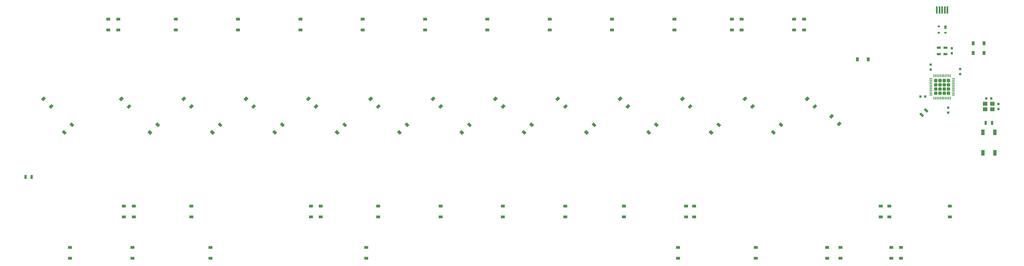
<source format=gbr>
%TF.GenerationSoftware,KiCad,Pcbnew,(5.1.10)-1*%
%TF.CreationDate,2021-07-26T00:02:16+07:00*%
%TF.ProjectId,Leopold Replacement,4c656f70-6f6c-4642-9052-65706c616365,rev?*%
%TF.SameCoordinates,Original*%
%TF.FileFunction,Paste,Bot*%
%TF.FilePolarity,Positive*%
%FSLAX46Y46*%
G04 Gerber Fmt 4.6, Leading zero omitted, Abs format (unit mm)*
G04 Created by KiCad (PCBNEW (5.1.10)-1) date 2021-07-26 00:02:16*
%MOMM*%
%LPD*%
G01*
G04 APERTURE LIST*
%ADD10R,0.500000X2.250000*%
%ADD11R,1.200000X0.900000*%
%ADD12R,1.400000X1.200000*%
%ADD13R,0.700000X1.000000*%
%ADD14R,0.700000X0.600000*%
%ADD15R,1.100000X1.800000*%
%ADD16C,0.100000*%
%ADD17R,0.750000X0.800000*%
%ADD18R,0.800000X0.750000*%
%ADD19R,0.900000X1.200000*%
%ADD20R,0.700000X1.300000*%
%ADD21R,1.300000X0.700000*%
G04 APERTURE END LIST*
D10*
%TO.C,J1*%
X293350000Y-6000000D03*
X292550000Y-6000000D03*
X291750000Y-6000000D03*
X290950000Y-6000000D03*
X290150000Y-6000000D03*
%TD*%
D11*
%TO.C,D44*%
X213717367Y-65885000D03*
X213717367Y-69185000D03*
%TD*%
%TO.C,D40*%
X194707367Y-65885000D03*
X194707367Y-69185000D03*
%TD*%
D12*
%TO.C,Y1*%
X307068400Y-34659200D03*
X304868400Y-34659200D03*
X304868400Y-36359200D03*
X307068400Y-36359200D03*
%TD*%
D13*
%TO.C,U1*%
X292750000Y-11250000D03*
D14*
X290750000Y-11050000D03*
X292750000Y-12950000D03*
X290750000Y-12950000D03*
%TD*%
D11*
%TO.C,D70*%
X116142000Y-81787000D03*
X116142000Y-78487000D03*
%TD*%
%TO.C,D69*%
X256717000Y-81787000D03*
X256717000Y-78487000D03*
%TD*%
%TO.C,D68*%
X234954500Y-81787000D03*
X234954500Y-78487000D03*
%TD*%
%TO.C,D67*%
X211192000Y-81787000D03*
X211192000Y-78487000D03*
%TD*%
%TO.C,D66*%
X276227000Y-81787000D03*
X276227000Y-78487000D03*
%TD*%
%TO.C,D65*%
X279227000Y-81787000D03*
X279227000Y-78487000D03*
%TD*%
%TO.C,D64*%
X260717000Y-81787000D03*
X260717000Y-78487000D03*
%TD*%
%TO.C,D63*%
X68617000Y-81787000D03*
X68617000Y-78487000D03*
%TD*%
%TO.C,D60*%
X44854500Y-81787000D03*
X44854500Y-78487000D03*
%TD*%
%TO.C,D59*%
X25844500Y-81787000D03*
X25844500Y-78487000D03*
%TD*%
D15*
%TO.C,SW1*%
X307850000Y-43400000D03*
X304150000Y-49600000D03*
X304150000Y-43400000D03*
X307850000Y-49600000D03*
%TD*%
D16*
%TO.C,D3*%
G36*
X23964908Y-42612597D02*
G01*
X24813436Y-43461125D01*
X24177040Y-44097521D01*
X23328512Y-43248993D01*
X23964908Y-42612597D01*
G37*
G36*
X26298360Y-40279145D02*
G01*
X27146888Y-41127673D01*
X26510492Y-41764069D01*
X25661964Y-40915541D01*
X26298360Y-40279145D01*
G37*
%TD*%
D11*
%TO.C,D24*%
X119812500Y-65885000D03*
X119812500Y-69185000D03*
%TD*%
D16*
%TO.C,D23*%
G36*
X126143708Y-42612597D02*
G01*
X126992236Y-43461125D01*
X126355840Y-44097521D01*
X125507312Y-43248993D01*
X126143708Y-42612597D01*
G37*
G36*
X128477160Y-40279145D02*
G01*
X129325688Y-41127673D01*
X128689292Y-41764069D01*
X127840764Y-40915541D01*
X128477160Y-40279145D01*
G37*
%TD*%
%TO.C,D35*%
G36*
X183173708Y-42612597D02*
G01*
X184022236Y-43461125D01*
X183385840Y-44097521D01*
X182537312Y-43248993D01*
X183173708Y-42612597D01*
G37*
G36*
X185507160Y-40279145D02*
G01*
X186355688Y-41127673D01*
X185719292Y-41764069D01*
X184870764Y-40915541D01*
X185507160Y-40279145D01*
G37*
%TD*%
%TO.C,D27*%
G36*
X145153708Y-42612597D02*
G01*
X146002236Y-43461125D01*
X145365840Y-44097521D01*
X144517312Y-43248993D01*
X145153708Y-42612597D01*
G37*
G36*
X147487160Y-40279145D02*
G01*
X148335688Y-41127673D01*
X147699292Y-41764069D01*
X146850764Y-40915541D01*
X147487160Y-40279145D01*
G37*
%TD*%
D11*
%TO.C,D20*%
X99302500Y-65885000D03*
X99302500Y-69185000D03*
%TD*%
%TO.C,D28*%
X138822500Y-65885000D03*
X138822500Y-69185000D03*
%TD*%
%TO.C,D12*%
X62782500Y-65885000D03*
X62782500Y-69185000D03*
%TD*%
D16*
%TO.C,D11*%
G36*
X69113708Y-42612597D02*
G01*
X69962236Y-43461125D01*
X69325840Y-44097521D01*
X68477312Y-43248993D01*
X69113708Y-42612597D01*
G37*
G36*
X71447160Y-40279145D02*
G01*
X72295688Y-41127673D01*
X71659292Y-41764069D01*
X70810764Y-40915541D01*
X71447160Y-40279145D01*
G37*
%TD*%
D11*
%TO.C,D16*%
X102302500Y-65885000D03*
X102302500Y-69185000D03*
%TD*%
%TO.C,D4*%
X45272500Y-65885000D03*
X45272500Y-69185000D03*
%TD*%
%TO.C,D8*%
X42272500Y-65885000D03*
X42272500Y-69185000D03*
%TD*%
D16*
%TO.C,D7*%
G36*
X50103708Y-42612597D02*
G01*
X50952236Y-43461125D01*
X50315840Y-44097521D01*
X49467312Y-43248993D01*
X50103708Y-42612597D01*
G37*
G36*
X52437160Y-40279145D02*
G01*
X53285688Y-41127673D01*
X52649292Y-41764069D01*
X51800764Y-40915541D01*
X52437160Y-40279145D01*
G37*
%TD*%
%TO.C,D15*%
G36*
X90457160Y-40279145D02*
G01*
X91305688Y-41127673D01*
X90669292Y-41764069D01*
X89820764Y-40915541D01*
X90457160Y-40279145D01*
G37*
G36*
X88123708Y-42612597D02*
G01*
X88972236Y-43461125D01*
X88335840Y-44097521D01*
X87487312Y-43248993D01*
X88123708Y-42612597D01*
G37*
%TD*%
%TO.C,D19*%
G36*
X107133708Y-42612597D02*
G01*
X107982236Y-43461125D01*
X107345840Y-44097521D01*
X106497312Y-43248993D01*
X107133708Y-42612597D01*
G37*
G36*
X109467160Y-40279145D02*
G01*
X110315688Y-41127673D01*
X109679292Y-41764069D01*
X108830764Y-40915541D01*
X109467160Y-40279145D01*
G37*
%TD*%
%TO.C,D31*%
G36*
X164163708Y-42612597D02*
G01*
X165012236Y-43461125D01*
X164375840Y-44097521D01*
X163527312Y-43248993D01*
X164163708Y-42612597D01*
G37*
G36*
X166497160Y-40279145D02*
G01*
X167345688Y-41127673D01*
X166709292Y-41764069D01*
X165860764Y-40915541D01*
X166497160Y-40279145D01*
G37*
%TD*%
D11*
%TO.C,D36*%
X176842500Y-65885000D03*
X176842500Y-69185000D03*
%TD*%
D16*
%TO.C,D39*%
G36*
X202183708Y-42612597D02*
G01*
X203032236Y-43461125D01*
X202395840Y-44097521D01*
X201547312Y-43248993D01*
X202183708Y-42612597D01*
G37*
G36*
X204517160Y-40279145D02*
G01*
X205365688Y-41127673D01*
X204729292Y-41764069D01*
X203880764Y-40915541D01*
X204517160Y-40279145D01*
G37*
%TD*%
D11*
%TO.C,D32*%
X157832500Y-65885000D03*
X157832500Y-69185000D03*
%TD*%
%TO.C,D58*%
X273018750Y-69185000D03*
X273018750Y-65885000D03*
%TD*%
%TO.C,D52*%
X275629919Y-65885000D03*
X275629919Y-69185000D03*
%TD*%
D16*
%TO.C,D43*%
G36*
X221193708Y-42612597D02*
G01*
X222042236Y-43461125D01*
X221405840Y-44097521D01*
X220557312Y-43248993D01*
X221193708Y-42612597D01*
G37*
G36*
X223527160Y-40279145D02*
G01*
X224375688Y-41127673D01*
X223739292Y-41764069D01*
X222890764Y-40915541D01*
X223527160Y-40279145D01*
G37*
%TD*%
%TO.C,D47*%
G36*
X240203708Y-42612597D02*
G01*
X241052236Y-43461125D01*
X240415840Y-44097521D01*
X239567312Y-43248993D01*
X240203708Y-42612597D01*
G37*
G36*
X242537160Y-40279145D02*
G01*
X243385688Y-41127673D01*
X242749292Y-41764069D01*
X241900764Y-40915541D01*
X242537160Y-40279145D01*
G37*
%TD*%
D11*
%TO.C,D48*%
X216098619Y-65885000D03*
X216098619Y-69185000D03*
%TD*%
D16*
%TO.C,D51*%
G36*
X259605864Y-40896792D02*
G01*
X260454392Y-40048264D01*
X261090788Y-40684660D01*
X260242260Y-41533188D01*
X259605864Y-40896792D01*
G37*
G36*
X257272412Y-38563340D02*
G01*
X258120940Y-37714812D01*
X258757336Y-38351208D01*
X257908808Y-39199736D01*
X257272412Y-38563340D01*
G37*
%TD*%
D11*
%TO.C,D56*%
X294084622Y-69185000D03*
X294084622Y-65885000D03*
%TD*%
D17*
%TO.C,C2*%
X308968400Y-34759200D03*
X308968400Y-36259200D03*
%TD*%
D18*
%TO.C,C3*%
X306718400Y-33009200D03*
X305218400Y-33009200D03*
%TD*%
D16*
%TO.C,D42*%
G36*
X213306688Y-32994708D02*
G01*
X212458160Y-33843236D01*
X211821764Y-33206840D01*
X212670292Y-32358312D01*
X213306688Y-32994708D01*
G37*
G36*
X215640140Y-35328160D02*
G01*
X214791612Y-36176688D01*
X214155216Y-35540292D01*
X215003744Y-34691764D01*
X215640140Y-35328160D01*
G37*
%TD*%
%TO.C,D14*%
G36*
X80236688Y-32994708D02*
G01*
X79388160Y-33843236D01*
X78751764Y-33206840D01*
X79600292Y-32358312D01*
X80236688Y-32994708D01*
G37*
G36*
X82570140Y-35328160D02*
G01*
X81721612Y-36176688D01*
X81085216Y-35540292D01*
X81933744Y-34691764D01*
X82570140Y-35328160D01*
G37*
%TD*%
%TO.C,D26*%
G36*
X137266688Y-32994708D02*
G01*
X136418160Y-33843236D01*
X135781764Y-33206840D01*
X136630292Y-32358312D01*
X137266688Y-32994708D01*
G37*
G36*
X139600140Y-35328160D02*
G01*
X138751612Y-36176688D01*
X138115216Y-35540292D01*
X138963744Y-34691764D01*
X139600140Y-35328160D01*
G37*
%TD*%
%TO.C,D22*%
G36*
X118256688Y-32994708D02*
G01*
X117408160Y-33843236D01*
X116771764Y-33206840D01*
X117620292Y-32358312D01*
X118256688Y-32994708D01*
G37*
G36*
X120590140Y-35328160D02*
G01*
X119741612Y-36176688D01*
X119105216Y-35540292D01*
X119953744Y-34691764D01*
X120590140Y-35328160D01*
G37*
%TD*%
%TO.C,D10*%
G36*
X61226688Y-32994708D02*
G01*
X60378160Y-33843236D01*
X59741764Y-33206840D01*
X60590292Y-32358312D01*
X61226688Y-32994708D01*
G37*
G36*
X63560140Y-35328160D02*
G01*
X62711612Y-36176688D01*
X62075216Y-35540292D01*
X62923744Y-34691764D01*
X63560140Y-35328160D01*
G37*
%TD*%
%TO.C,D6*%
G36*
X42216688Y-32994708D02*
G01*
X41368160Y-33843236D01*
X40731764Y-33206840D01*
X41580292Y-32358312D01*
X42216688Y-32994708D01*
G37*
G36*
X44550140Y-35328160D02*
G01*
X43701612Y-36176688D01*
X43065216Y-35540292D01*
X43913744Y-34691764D01*
X44550140Y-35328160D01*
G37*
%TD*%
%TO.C,D18*%
G36*
X99246688Y-32994708D02*
G01*
X98398160Y-33843236D01*
X97761764Y-33206840D01*
X98610292Y-32358312D01*
X99246688Y-32994708D01*
G37*
G36*
X101580140Y-35328160D02*
G01*
X100731612Y-36176688D01*
X100095216Y-35540292D01*
X100943744Y-34691764D01*
X101580140Y-35328160D01*
G37*
%TD*%
%TO.C,D2*%
G36*
X18454188Y-32994708D02*
G01*
X17605660Y-33843236D01*
X16969264Y-33206840D01*
X17817792Y-32358312D01*
X18454188Y-32994708D01*
G37*
G36*
X20787640Y-35328160D02*
G01*
X19939112Y-36176688D01*
X19302716Y-35540292D01*
X20151244Y-34691764D01*
X20787640Y-35328160D01*
G37*
%TD*%
%TO.C,D34*%
G36*
X175286688Y-32994708D02*
G01*
X174438160Y-33843236D01*
X173801764Y-33206840D01*
X174650292Y-32358312D01*
X175286688Y-32994708D01*
G37*
G36*
X177620140Y-35328160D02*
G01*
X176771612Y-36176688D01*
X176135216Y-35540292D01*
X176983744Y-34691764D01*
X177620140Y-35328160D01*
G37*
%TD*%
%TO.C,D30*%
G36*
X156276688Y-32994708D02*
G01*
X155428160Y-33843236D01*
X154791764Y-33206840D01*
X155640292Y-32358312D01*
X156276688Y-32994708D01*
G37*
G36*
X158610140Y-35328160D02*
G01*
X157761612Y-36176688D01*
X157125216Y-35540292D01*
X157973744Y-34691764D01*
X158610140Y-35328160D01*
G37*
%TD*%
%TO.C,D38*%
G36*
X194296688Y-32994708D02*
G01*
X193448160Y-33843236D01*
X192811764Y-33206840D01*
X193660292Y-32358312D01*
X194296688Y-32994708D01*
G37*
G36*
X196630140Y-35328160D02*
G01*
X195781612Y-36176688D01*
X195145216Y-35540292D01*
X195993744Y-34691764D01*
X196630140Y-35328160D01*
G37*
%TD*%
%TO.C,D50*%
G36*
X251326688Y-32994708D02*
G01*
X250478160Y-33843236D01*
X249841764Y-33206840D01*
X250690292Y-32358312D01*
X251326688Y-32994708D01*
G37*
G36*
X253660140Y-35328160D02*
G01*
X252811612Y-36176688D01*
X252175216Y-35540292D01*
X253023744Y-34691764D01*
X253660140Y-35328160D01*
G37*
%TD*%
D19*
%TO.C,D62*%
X304545000Y-19177000D03*
X301245000Y-19177000D03*
%TD*%
%TO.C,D54*%
X269264400Y-21132800D03*
X265964400Y-21132800D03*
%TD*%
D16*
%TO.C,D46*%
G36*
X232316688Y-32994708D02*
G01*
X231468160Y-33843236D01*
X230831764Y-33206840D01*
X231680292Y-32358312D01*
X232316688Y-32994708D01*
G37*
G36*
X234650140Y-35328160D02*
G01*
X233801612Y-36176688D01*
X233165216Y-35540292D01*
X234013744Y-34691764D01*
X234650140Y-35328160D01*
G37*
%TD*%
D20*
%TO.C,R8*%
X12258000Y-56959500D03*
X14158000Y-56959500D03*
%TD*%
%TO.C,U2*%
G36*
G01*
X293415000Y-30915000D02*
X293955000Y-30915000D01*
G75*
G02*
X294205000Y-31165000I0J-250000D01*
G01*
X294205000Y-31705000D01*
G75*
G02*
X293955000Y-31955000I-250000J0D01*
G01*
X293415000Y-31955000D01*
G75*
G02*
X293165000Y-31705000I0J250000D01*
G01*
X293165000Y-31165000D01*
G75*
G02*
X293415000Y-30915000I250000J0D01*
G01*
G37*
G36*
G01*
X292125000Y-30915000D02*
X292665000Y-30915000D01*
G75*
G02*
X292915000Y-31165000I0J-250000D01*
G01*
X292915000Y-31705000D01*
G75*
G02*
X292665000Y-31955000I-250000J0D01*
G01*
X292125000Y-31955000D01*
G75*
G02*
X291875000Y-31705000I0J250000D01*
G01*
X291875000Y-31165000D01*
G75*
G02*
X292125000Y-30915000I250000J0D01*
G01*
G37*
G36*
G01*
X290835000Y-30915000D02*
X291375000Y-30915000D01*
G75*
G02*
X291625000Y-31165000I0J-250000D01*
G01*
X291625000Y-31705000D01*
G75*
G02*
X291375000Y-31955000I-250000J0D01*
G01*
X290835000Y-31955000D01*
G75*
G02*
X290585000Y-31705000I0J250000D01*
G01*
X290585000Y-31165000D01*
G75*
G02*
X290835000Y-30915000I250000J0D01*
G01*
G37*
G36*
G01*
X289545000Y-30915000D02*
X290085000Y-30915000D01*
G75*
G02*
X290335000Y-31165000I0J-250000D01*
G01*
X290335000Y-31705000D01*
G75*
G02*
X290085000Y-31955000I-250000J0D01*
G01*
X289545000Y-31955000D01*
G75*
G02*
X289295000Y-31705000I0J250000D01*
G01*
X289295000Y-31165000D01*
G75*
G02*
X289545000Y-30915000I250000J0D01*
G01*
G37*
G36*
G01*
X293415000Y-29625000D02*
X293955000Y-29625000D01*
G75*
G02*
X294205000Y-29875000I0J-250000D01*
G01*
X294205000Y-30415000D01*
G75*
G02*
X293955000Y-30665000I-250000J0D01*
G01*
X293415000Y-30665000D01*
G75*
G02*
X293165000Y-30415000I0J250000D01*
G01*
X293165000Y-29875000D01*
G75*
G02*
X293415000Y-29625000I250000J0D01*
G01*
G37*
G36*
G01*
X292125000Y-29625000D02*
X292665000Y-29625000D01*
G75*
G02*
X292915000Y-29875000I0J-250000D01*
G01*
X292915000Y-30415000D01*
G75*
G02*
X292665000Y-30665000I-250000J0D01*
G01*
X292125000Y-30665000D01*
G75*
G02*
X291875000Y-30415000I0J250000D01*
G01*
X291875000Y-29875000D01*
G75*
G02*
X292125000Y-29625000I250000J0D01*
G01*
G37*
G36*
G01*
X290835000Y-29625000D02*
X291375000Y-29625000D01*
G75*
G02*
X291625000Y-29875000I0J-250000D01*
G01*
X291625000Y-30415000D01*
G75*
G02*
X291375000Y-30665000I-250000J0D01*
G01*
X290835000Y-30665000D01*
G75*
G02*
X290585000Y-30415000I0J250000D01*
G01*
X290585000Y-29875000D01*
G75*
G02*
X290835000Y-29625000I250000J0D01*
G01*
G37*
G36*
G01*
X289545000Y-29625000D02*
X290085000Y-29625000D01*
G75*
G02*
X290335000Y-29875000I0J-250000D01*
G01*
X290335000Y-30415000D01*
G75*
G02*
X290085000Y-30665000I-250000J0D01*
G01*
X289545000Y-30665000D01*
G75*
G02*
X289295000Y-30415000I0J250000D01*
G01*
X289295000Y-29875000D01*
G75*
G02*
X289545000Y-29625000I250000J0D01*
G01*
G37*
G36*
G01*
X293415000Y-28335000D02*
X293955000Y-28335000D01*
G75*
G02*
X294205000Y-28585000I0J-250000D01*
G01*
X294205000Y-29125000D01*
G75*
G02*
X293955000Y-29375000I-250000J0D01*
G01*
X293415000Y-29375000D01*
G75*
G02*
X293165000Y-29125000I0J250000D01*
G01*
X293165000Y-28585000D01*
G75*
G02*
X293415000Y-28335000I250000J0D01*
G01*
G37*
G36*
G01*
X292125000Y-28335000D02*
X292665000Y-28335000D01*
G75*
G02*
X292915000Y-28585000I0J-250000D01*
G01*
X292915000Y-29125000D01*
G75*
G02*
X292665000Y-29375000I-250000J0D01*
G01*
X292125000Y-29375000D01*
G75*
G02*
X291875000Y-29125000I0J250000D01*
G01*
X291875000Y-28585000D01*
G75*
G02*
X292125000Y-28335000I250000J0D01*
G01*
G37*
G36*
G01*
X290835000Y-28335000D02*
X291375000Y-28335000D01*
G75*
G02*
X291625000Y-28585000I0J-250000D01*
G01*
X291625000Y-29125000D01*
G75*
G02*
X291375000Y-29375000I-250000J0D01*
G01*
X290835000Y-29375000D01*
G75*
G02*
X290585000Y-29125000I0J250000D01*
G01*
X290585000Y-28585000D01*
G75*
G02*
X290835000Y-28335000I250000J0D01*
G01*
G37*
G36*
G01*
X289545000Y-28335000D02*
X290085000Y-28335000D01*
G75*
G02*
X290335000Y-28585000I0J-250000D01*
G01*
X290335000Y-29125000D01*
G75*
G02*
X290085000Y-29375000I-250000J0D01*
G01*
X289545000Y-29375000D01*
G75*
G02*
X289295000Y-29125000I0J250000D01*
G01*
X289295000Y-28585000D01*
G75*
G02*
X289545000Y-28335000I250000J0D01*
G01*
G37*
G36*
G01*
X293415000Y-27045000D02*
X293955000Y-27045000D01*
G75*
G02*
X294205000Y-27295000I0J-250000D01*
G01*
X294205000Y-27835000D01*
G75*
G02*
X293955000Y-28085000I-250000J0D01*
G01*
X293415000Y-28085000D01*
G75*
G02*
X293165000Y-27835000I0J250000D01*
G01*
X293165000Y-27295000D01*
G75*
G02*
X293415000Y-27045000I250000J0D01*
G01*
G37*
G36*
G01*
X292125000Y-27045000D02*
X292665000Y-27045000D01*
G75*
G02*
X292915000Y-27295000I0J-250000D01*
G01*
X292915000Y-27835000D01*
G75*
G02*
X292665000Y-28085000I-250000J0D01*
G01*
X292125000Y-28085000D01*
G75*
G02*
X291875000Y-27835000I0J250000D01*
G01*
X291875000Y-27295000D01*
G75*
G02*
X292125000Y-27045000I250000J0D01*
G01*
G37*
G36*
G01*
X290835000Y-27045000D02*
X291375000Y-27045000D01*
G75*
G02*
X291625000Y-27295000I0J-250000D01*
G01*
X291625000Y-27835000D01*
G75*
G02*
X291375000Y-28085000I-250000J0D01*
G01*
X290835000Y-28085000D01*
G75*
G02*
X290585000Y-27835000I0J250000D01*
G01*
X290585000Y-27295000D01*
G75*
G02*
X290835000Y-27045000I250000J0D01*
G01*
G37*
G36*
G01*
X289545000Y-27045000D02*
X290085000Y-27045000D01*
G75*
G02*
X290335000Y-27295000I0J-250000D01*
G01*
X290335000Y-27835000D01*
G75*
G02*
X290085000Y-28085000I-250000J0D01*
G01*
X289545000Y-28085000D01*
G75*
G02*
X289295000Y-27835000I0J250000D01*
G01*
X289295000Y-27295000D01*
G75*
G02*
X289545000Y-27045000I250000J0D01*
G01*
G37*
G36*
G01*
X287937500Y-26875000D02*
X288687500Y-26875000D01*
G75*
G02*
X288750000Y-26937500I0J-62500D01*
G01*
X288750000Y-27062500D01*
G75*
G02*
X288687500Y-27125000I-62500J0D01*
G01*
X287937500Y-27125000D01*
G75*
G02*
X287875000Y-27062500I0J62500D01*
G01*
X287875000Y-26937500D01*
G75*
G02*
X287937500Y-26875000I62500J0D01*
G01*
G37*
G36*
G01*
X287937500Y-27375000D02*
X288687500Y-27375000D01*
G75*
G02*
X288750000Y-27437500I0J-62500D01*
G01*
X288750000Y-27562500D01*
G75*
G02*
X288687500Y-27625000I-62500J0D01*
G01*
X287937500Y-27625000D01*
G75*
G02*
X287875000Y-27562500I0J62500D01*
G01*
X287875000Y-27437500D01*
G75*
G02*
X287937500Y-27375000I62500J0D01*
G01*
G37*
G36*
G01*
X287937500Y-27875000D02*
X288687500Y-27875000D01*
G75*
G02*
X288750000Y-27937500I0J-62500D01*
G01*
X288750000Y-28062500D01*
G75*
G02*
X288687500Y-28125000I-62500J0D01*
G01*
X287937500Y-28125000D01*
G75*
G02*
X287875000Y-28062500I0J62500D01*
G01*
X287875000Y-27937500D01*
G75*
G02*
X287937500Y-27875000I62500J0D01*
G01*
G37*
G36*
G01*
X287937500Y-28375000D02*
X288687500Y-28375000D01*
G75*
G02*
X288750000Y-28437500I0J-62500D01*
G01*
X288750000Y-28562500D01*
G75*
G02*
X288687500Y-28625000I-62500J0D01*
G01*
X287937500Y-28625000D01*
G75*
G02*
X287875000Y-28562500I0J62500D01*
G01*
X287875000Y-28437500D01*
G75*
G02*
X287937500Y-28375000I62500J0D01*
G01*
G37*
G36*
G01*
X287937500Y-28875000D02*
X288687500Y-28875000D01*
G75*
G02*
X288750000Y-28937500I0J-62500D01*
G01*
X288750000Y-29062500D01*
G75*
G02*
X288687500Y-29125000I-62500J0D01*
G01*
X287937500Y-29125000D01*
G75*
G02*
X287875000Y-29062500I0J62500D01*
G01*
X287875000Y-28937500D01*
G75*
G02*
X287937500Y-28875000I62500J0D01*
G01*
G37*
G36*
G01*
X287937500Y-29375000D02*
X288687500Y-29375000D01*
G75*
G02*
X288750000Y-29437500I0J-62500D01*
G01*
X288750000Y-29562500D01*
G75*
G02*
X288687500Y-29625000I-62500J0D01*
G01*
X287937500Y-29625000D01*
G75*
G02*
X287875000Y-29562500I0J62500D01*
G01*
X287875000Y-29437500D01*
G75*
G02*
X287937500Y-29375000I62500J0D01*
G01*
G37*
G36*
G01*
X287937500Y-29875000D02*
X288687500Y-29875000D01*
G75*
G02*
X288750000Y-29937500I0J-62500D01*
G01*
X288750000Y-30062500D01*
G75*
G02*
X288687500Y-30125000I-62500J0D01*
G01*
X287937500Y-30125000D01*
G75*
G02*
X287875000Y-30062500I0J62500D01*
G01*
X287875000Y-29937500D01*
G75*
G02*
X287937500Y-29875000I62500J0D01*
G01*
G37*
G36*
G01*
X287937500Y-30375000D02*
X288687500Y-30375000D01*
G75*
G02*
X288750000Y-30437500I0J-62500D01*
G01*
X288750000Y-30562500D01*
G75*
G02*
X288687500Y-30625000I-62500J0D01*
G01*
X287937500Y-30625000D01*
G75*
G02*
X287875000Y-30562500I0J62500D01*
G01*
X287875000Y-30437500D01*
G75*
G02*
X287937500Y-30375000I62500J0D01*
G01*
G37*
G36*
G01*
X287937500Y-30875000D02*
X288687500Y-30875000D01*
G75*
G02*
X288750000Y-30937500I0J-62500D01*
G01*
X288750000Y-31062500D01*
G75*
G02*
X288687500Y-31125000I-62500J0D01*
G01*
X287937500Y-31125000D01*
G75*
G02*
X287875000Y-31062500I0J62500D01*
G01*
X287875000Y-30937500D01*
G75*
G02*
X287937500Y-30875000I62500J0D01*
G01*
G37*
G36*
G01*
X287937500Y-31375000D02*
X288687500Y-31375000D01*
G75*
G02*
X288750000Y-31437500I0J-62500D01*
G01*
X288750000Y-31562500D01*
G75*
G02*
X288687500Y-31625000I-62500J0D01*
G01*
X287937500Y-31625000D01*
G75*
G02*
X287875000Y-31562500I0J62500D01*
G01*
X287875000Y-31437500D01*
G75*
G02*
X287937500Y-31375000I62500J0D01*
G01*
G37*
G36*
G01*
X287937500Y-31875000D02*
X288687500Y-31875000D01*
G75*
G02*
X288750000Y-31937500I0J-62500D01*
G01*
X288750000Y-32062500D01*
G75*
G02*
X288687500Y-32125000I-62500J0D01*
G01*
X287937500Y-32125000D01*
G75*
G02*
X287875000Y-32062500I0J62500D01*
G01*
X287875000Y-31937500D01*
G75*
G02*
X287937500Y-31875000I62500J0D01*
G01*
G37*
G36*
G01*
X289187500Y-32500000D02*
X289312500Y-32500000D01*
G75*
G02*
X289375000Y-32562500I0J-62500D01*
G01*
X289375000Y-33312500D01*
G75*
G02*
X289312500Y-33375000I-62500J0D01*
G01*
X289187500Y-33375000D01*
G75*
G02*
X289125000Y-33312500I0J62500D01*
G01*
X289125000Y-32562500D01*
G75*
G02*
X289187500Y-32500000I62500J0D01*
G01*
G37*
G36*
G01*
X289687500Y-32500000D02*
X289812500Y-32500000D01*
G75*
G02*
X289875000Y-32562500I0J-62500D01*
G01*
X289875000Y-33312500D01*
G75*
G02*
X289812500Y-33375000I-62500J0D01*
G01*
X289687500Y-33375000D01*
G75*
G02*
X289625000Y-33312500I0J62500D01*
G01*
X289625000Y-32562500D01*
G75*
G02*
X289687500Y-32500000I62500J0D01*
G01*
G37*
G36*
G01*
X290187500Y-32500000D02*
X290312500Y-32500000D01*
G75*
G02*
X290375000Y-32562500I0J-62500D01*
G01*
X290375000Y-33312500D01*
G75*
G02*
X290312500Y-33375000I-62500J0D01*
G01*
X290187500Y-33375000D01*
G75*
G02*
X290125000Y-33312500I0J62500D01*
G01*
X290125000Y-32562500D01*
G75*
G02*
X290187500Y-32500000I62500J0D01*
G01*
G37*
G36*
G01*
X290687500Y-32500000D02*
X290812500Y-32500000D01*
G75*
G02*
X290875000Y-32562500I0J-62500D01*
G01*
X290875000Y-33312500D01*
G75*
G02*
X290812500Y-33375000I-62500J0D01*
G01*
X290687500Y-33375000D01*
G75*
G02*
X290625000Y-33312500I0J62500D01*
G01*
X290625000Y-32562500D01*
G75*
G02*
X290687500Y-32500000I62500J0D01*
G01*
G37*
G36*
G01*
X291187500Y-32500000D02*
X291312500Y-32500000D01*
G75*
G02*
X291375000Y-32562500I0J-62500D01*
G01*
X291375000Y-33312500D01*
G75*
G02*
X291312500Y-33375000I-62500J0D01*
G01*
X291187500Y-33375000D01*
G75*
G02*
X291125000Y-33312500I0J62500D01*
G01*
X291125000Y-32562500D01*
G75*
G02*
X291187500Y-32500000I62500J0D01*
G01*
G37*
G36*
G01*
X291687500Y-32500000D02*
X291812500Y-32500000D01*
G75*
G02*
X291875000Y-32562500I0J-62500D01*
G01*
X291875000Y-33312500D01*
G75*
G02*
X291812500Y-33375000I-62500J0D01*
G01*
X291687500Y-33375000D01*
G75*
G02*
X291625000Y-33312500I0J62500D01*
G01*
X291625000Y-32562500D01*
G75*
G02*
X291687500Y-32500000I62500J0D01*
G01*
G37*
G36*
G01*
X292187500Y-32500000D02*
X292312500Y-32500000D01*
G75*
G02*
X292375000Y-32562500I0J-62500D01*
G01*
X292375000Y-33312500D01*
G75*
G02*
X292312500Y-33375000I-62500J0D01*
G01*
X292187500Y-33375000D01*
G75*
G02*
X292125000Y-33312500I0J62500D01*
G01*
X292125000Y-32562500D01*
G75*
G02*
X292187500Y-32500000I62500J0D01*
G01*
G37*
G36*
G01*
X292687500Y-32500000D02*
X292812500Y-32500000D01*
G75*
G02*
X292875000Y-32562500I0J-62500D01*
G01*
X292875000Y-33312500D01*
G75*
G02*
X292812500Y-33375000I-62500J0D01*
G01*
X292687500Y-33375000D01*
G75*
G02*
X292625000Y-33312500I0J62500D01*
G01*
X292625000Y-32562500D01*
G75*
G02*
X292687500Y-32500000I62500J0D01*
G01*
G37*
G36*
G01*
X293187500Y-32500000D02*
X293312500Y-32500000D01*
G75*
G02*
X293375000Y-32562500I0J-62500D01*
G01*
X293375000Y-33312500D01*
G75*
G02*
X293312500Y-33375000I-62500J0D01*
G01*
X293187500Y-33375000D01*
G75*
G02*
X293125000Y-33312500I0J62500D01*
G01*
X293125000Y-32562500D01*
G75*
G02*
X293187500Y-32500000I62500J0D01*
G01*
G37*
G36*
G01*
X293687500Y-32500000D02*
X293812500Y-32500000D01*
G75*
G02*
X293875000Y-32562500I0J-62500D01*
G01*
X293875000Y-33312500D01*
G75*
G02*
X293812500Y-33375000I-62500J0D01*
G01*
X293687500Y-33375000D01*
G75*
G02*
X293625000Y-33312500I0J62500D01*
G01*
X293625000Y-32562500D01*
G75*
G02*
X293687500Y-32500000I62500J0D01*
G01*
G37*
G36*
G01*
X294187500Y-32500000D02*
X294312500Y-32500000D01*
G75*
G02*
X294375000Y-32562500I0J-62500D01*
G01*
X294375000Y-33312500D01*
G75*
G02*
X294312500Y-33375000I-62500J0D01*
G01*
X294187500Y-33375000D01*
G75*
G02*
X294125000Y-33312500I0J62500D01*
G01*
X294125000Y-32562500D01*
G75*
G02*
X294187500Y-32500000I62500J0D01*
G01*
G37*
G36*
G01*
X294812500Y-31875000D02*
X295562500Y-31875000D01*
G75*
G02*
X295625000Y-31937500I0J-62500D01*
G01*
X295625000Y-32062500D01*
G75*
G02*
X295562500Y-32125000I-62500J0D01*
G01*
X294812500Y-32125000D01*
G75*
G02*
X294750000Y-32062500I0J62500D01*
G01*
X294750000Y-31937500D01*
G75*
G02*
X294812500Y-31875000I62500J0D01*
G01*
G37*
G36*
G01*
X294812500Y-31375000D02*
X295562500Y-31375000D01*
G75*
G02*
X295625000Y-31437500I0J-62500D01*
G01*
X295625000Y-31562500D01*
G75*
G02*
X295562500Y-31625000I-62500J0D01*
G01*
X294812500Y-31625000D01*
G75*
G02*
X294750000Y-31562500I0J62500D01*
G01*
X294750000Y-31437500D01*
G75*
G02*
X294812500Y-31375000I62500J0D01*
G01*
G37*
G36*
G01*
X294812500Y-30875000D02*
X295562500Y-30875000D01*
G75*
G02*
X295625000Y-30937500I0J-62500D01*
G01*
X295625000Y-31062500D01*
G75*
G02*
X295562500Y-31125000I-62500J0D01*
G01*
X294812500Y-31125000D01*
G75*
G02*
X294750000Y-31062500I0J62500D01*
G01*
X294750000Y-30937500D01*
G75*
G02*
X294812500Y-30875000I62500J0D01*
G01*
G37*
G36*
G01*
X294812500Y-30375000D02*
X295562500Y-30375000D01*
G75*
G02*
X295625000Y-30437500I0J-62500D01*
G01*
X295625000Y-30562500D01*
G75*
G02*
X295562500Y-30625000I-62500J0D01*
G01*
X294812500Y-30625000D01*
G75*
G02*
X294750000Y-30562500I0J62500D01*
G01*
X294750000Y-30437500D01*
G75*
G02*
X294812500Y-30375000I62500J0D01*
G01*
G37*
G36*
G01*
X294812500Y-29875000D02*
X295562500Y-29875000D01*
G75*
G02*
X295625000Y-29937500I0J-62500D01*
G01*
X295625000Y-30062500D01*
G75*
G02*
X295562500Y-30125000I-62500J0D01*
G01*
X294812500Y-30125000D01*
G75*
G02*
X294750000Y-30062500I0J62500D01*
G01*
X294750000Y-29937500D01*
G75*
G02*
X294812500Y-29875000I62500J0D01*
G01*
G37*
G36*
G01*
X294812500Y-29375000D02*
X295562500Y-29375000D01*
G75*
G02*
X295625000Y-29437500I0J-62500D01*
G01*
X295625000Y-29562500D01*
G75*
G02*
X295562500Y-29625000I-62500J0D01*
G01*
X294812500Y-29625000D01*
G75*
G02*
X294750000Y-29562500I0J62500D01*
G01*
X294750000Y-29437500D01*
G75*
G02*
X294812500Y-29375000I62500J0D01*
G01*
G37*
G36*
G01*
X294812500Y-28875000D02*
X295562500Y-28875000D01*
G75*
G02*
X295625000Y-28937500I0J-62500D01*
G01*
X295625000Y-29062500D01*
G75*
G02*
X295562500Y-29125000I-62500J0D01*
G01*
X294812500Y-29125000D01*
G75*
G02*
X294750000Y-29062500I0J62500D01*
G01*
X294750000Y-28937500D01*
G75*
G02*
X294812500Y-28875000I62500J0D01*
G01*
G37*
G36*
G01*
X294812500Y-28375000D02*
X295562500Y-28375000D01*
G75*
G02*
X295625000Y-28437500I0J-62500D01*
G01*
X295625000Y-28562500D01*
G75*
G02*
X295562500Y-28625000I-62500J0D01*
G01*
X294812500Y-28625000D01*
G75*
G02*
X294750000Y-28562500I0J62500D01*
G01*
X294750000Y-28437500D01*
G75*
G02*
X294812500Y-28375000I62500J0D01*
G01*
G37*
G36*
G01*
X294812500Y-27875000D02*
X295562500Y-27875000D01*
G75*
G02*
X295625000Y-27937500I0J-62500D01*
G01*
X295625000Y-28062500D01*
G75*
G02*
X295562500Y-28125000I-62500J0D01*
G01*
X294812500Y-28125000D01*
G75*
G02*
X294750000Y-28062500I0J62500D01*
G01*
X294750000Y-27937500D01*
G75*
G02*
X294812500Y-27875000I62500J0D01*
G01*
G37*
G36*
G01*
X294812500Y-27375000D02*
X295562500Y-27375000D01*
G75*
G02*
X295625000Y-27437500I0J-62500D01*
G01*
X295625000Y-27562500D01*
G75*
G02*
X295562500Y-27625000I-62500J0D01*
G01*
X294812500Y-27625000D01*
G75*
G02*
X294750000Y-27562500I0J62500D01*
G01*
X294750000Y-27437500D01*
G75*
G02*
X294812500Y-27375000I62500J0D01*
G01*
G37*
G36*
G01*
X294812500Y-26875000D02*
X295562500Y-26875000D01*
G75*
G02*
X295625000Y-26937500I0J-62500D01*
G01*
X295625000Y-27062500D01*
G75*
G02*
X295562500Y-27125000I-62500J0D01*
G01*
X294812500Y-27125000D01*
G75*
G02*
X294750000Y-27062500I0J62500D01*
G01*
X294750000Y-26937500D01*
G75*
G02*
X294812500Y-26875000I62500J0D01*
G01*
G37*
G36*
G01*
X294187500Y-25625000D02*
X294312500Y-25625000D01*
G75*
G02*
X294375000Y-25687500I0J-62500D01*
G01*
X294375000Y-26437500D01*
G75*
G02*
X294312500Y-26500000I-62500J0D01*
G01*
X294187500Y-26500000D01*
G75*
G02*
X294125000Y-26437500I0J62500D01*
G01*
X294125000Y-25687500D01*
G75*
G02*
X294187500Y-25625000I62500J0D01*
G01*
G37*
G36*
G01*
X293687500Y-25625000D02*
X293812500Y-25625000D01*
G75*
G02*
X293875000Y-25687500I0J-62500D01*
G01*
X293875000Y-26437500D01*
G75*
G02*
X293812500Y-26500000I-62500J0D01*
G01*
X293687500Y-26500000D01*
G75*
G02*
X293625000Y-26437500I0J62500D01*
G01*
X293625000Y-25687500D01*
G75*
G02*
X293687500Y-25625000I62500J0D01*
G01*
G37*
G36*
G01*
X293187500Y-25625000D02*
X293312500Y-25625000D01*
G75*
G02*
X293375000Y-25687500I0J-62500D01*
G01*
X293375000Y-26437500D01*
G75*
G02*
X293312500Y-26500000I-62500J0D01*
G01*
X293187500Y-26500000D01*
G75*
G02*
X293125000Y-26437500I0J62500D01*
G01*
X293125000Y-25687500D01*
G75*
G02*
X293187500Y-25625000I62500J0D01*
G01*
G37*
G36*
G01*
X292687500Y-25625000D02*
X292812500Y-25625000D01*
G75*
G02*
X292875000Y-25687500I0J-62500D01*
G01*
X292875000Y-26437500D01*
G75*
G02*
X292812500Y-26500000I-62500J0D01*
G01*
X292687500Y-26500000D01*
G75*
G02*
X292625000Y-26437500I0J62500D01*
G01*
X292625000Y-25687500D01*
G75*
G02*
X292687500Y-25625000I62500J0D01*
G01*
G37*
G36*
G01*
X292187500Y-25625000D02*
X292312500Y-25625000D01*
G75*
G02*
X292375000Y-25687500I0J-62500D01*
G01*
X292375000Y-26437500D01*
G75*
G02*
X292312500Y-26500000I-62500J0D01*
G01*
X292187500Y-26500000D01*
G75*
G02*
X292125000Y-26437500I0J62500D01*
G01*
X292125000Y-25687500D01*
G75*
G02*
X292187500Y-25625000I62500J0D01*
G01*
G37*
G36*
G01*
X291687500Y-25625000D02*
X291812500Y-25625000D01*
G75*
G02*
X291875000Y-25687500I0J-62500D01*
G01*
X291875000Y-26437500D01*
G75*
G02*
X291812500Y-26500000I-62500J0D01*
G01*
X291687500Y-26500000D01*
G75*
G02*
X291625000Y-26437500I0J62500D01*
G01*
X291625000Y-25687500D01*
G75*
G02*
X291687500Y-25625000I62500J0D01*
G01*
G37*
G36*
G01*
X291187500Y-25625000D02*
X291312500Y-25625000D01*
G75*
G02*
X291375000Y-25687500I0J-62500D01*
G01*
X291375000Y-26437500D01*
G75*
G02*
X291312500Y-26500000I-62500J0D01*
G01*
X291187500Y-26500000D01*
G75*
G02*
X291125000Y-26437500I0J62500D01*
G01*
X291125000Y-25687500D01*
G75*
G02*
X291187500Y-25625000I62500J0D01*
G01*
G37*
G36*
G01*
X290687500Y-25625000D02*
X290812500Y-25625000D01*
G75*
G02*
X290875000Y-25687500I0J-62500D01*
G01*
X290875000Y-26437500D01*
G75*
G02*
X290812500Y-26500000I-62500J0D01*
G01*
X290687500Y-26500000D01*
G75*
G02*
X290625000Y-26437500I0J62500D01*
G01*
X290625000Y-25687500D01*
G75*
G02*
X290687500Y-25625000I62500J0D01*
G01*
G37*
G36*
G01*
X290187500Y-25625000D02*
X290312500Y-25625000D01*
G75*
G02*
X290375000Y-25687500I0J-62500D01*
G01*
X290375000Y-26437500D01*
G75*
G02*
X290312500Y-26500000I-62500J0D01*
G01*
X290187500Y-26500000D01*
G75*
G02*
X290125000Y-26437500I0J62500D01*
G01*
X290125000Y-25687500D01*
G75*
G02*
X290187500Y-25625000I62500J0D01*
G01*
G37*
G36*
G01*
X289687500Y-25625000D02*
X289812500Y-25625000D01*
G75*
G02*
X289875000Y-25687500I0J-62500D01*
G01*
X289875000Y-26437500D01*
G75*
G02*
X289812500Y-26500000I-62500J0D01*
G01*
X289687500Y-26500000D01*
G75*
G02*
X289625000Y-26437500I0J62500D01*
G01*
X289625000Y-25687500D01*
G75*
G02*
X289687500Y-25625000I62500J0D01*
G01*
G37*
G36*
G01*
X289187500Y-25625000D02*
X289312500Y-25625000D01*
G75*
G02*
X289375000Y-25687500I0J-62500D01*
G01*
X289375000Y-26437500D01*
G75*
G02*
X289312500Y-26500000I-62500J0D01*
G01*
X289187500Y-26500000D01*
G75*
G02*
X289125000Y-26437500I0J62500D01*
G01*
X289125000Y-25687500D01*
G75*
G02*
X289187500Y-25625000I62500J0D01*
G01*
G37*
%TD*%
D16*
%TO.C,R6*%
G36*
X285747581Y-38716858D02*
G01*
X284828342Y-37797619D01*
X285323317Y-37302644D01*
X286242556Y-38221883D01*
X285747581Y-38716858D01*
G37*
G36*
X287091083Y-37373356D02*
G01*
X286171844Y-36454117D01*
X286666819Y-35959142D01*
X287586058Y-36878381D01*
X287091083Y-37373356D01*
G37*
%TD*%
D20*
%TO.C,R5*%
X306950000Y-40500000D03*
X305050000Y-40500000D03*
%TD*%
D21*
%TO.C,R4*%
X290750000Y-19450000D03*
X290750000Y-17550000D03*
%TD*%
%TO.C,R3*%
X292750000Y-19450000D03*
X292750000Y-17550000D03*
%TD*%
D19*
%TO.C,D61*%
X304545000Y-16177000D03*
X301245000Y-16177000D03*
%TD*%
D11*
%TO.C,D57*%
X246630000Y-8855000D03*
X246630000Y-12155000D03*
%TD*%
%TO.C,D53*%
X249630000Y-8855000D03*
X249630000Y-12155000D03*
%TD*%
%TO.C,D49*%
X230620000Y-8855000D03*
X230620000Y-12155000D03*
%TD*%
%TO.C,D45*%
X227620000Y-8855000D03*
X227620000Y-12155000D03*
%TD*%
%TO.C,D41*%
X210110000Y-8855000D03*
X210110000Y-12155000D03*
%TD*%
%TO.C,D37*%
X191100000Y-8855000D03*
X191100000Y-12155000D03*
%TD*%
%TO.C,D33*%
X172090000Y-8855000D03*
X172090000Y-12155000D03*
%TD*%
%TO.C,D29*%
X153080000Y-8855000D03*
X153080000Y-12155000D03*
%TD*%
%TO.C,D25*%
X134070000Y-8855000D03*
X134070000Y-12155000D03*
%TD*%
%TO.C,D21*%
X115060000Y-8855000D03*
X115060000Y-12155000D03*
%TD*%
%TO.C,D17*%
X96050000Y-8855000D03*
X96050000Y-12155000D03*
%TD*%
%TO.C,D13*%
X77040000Y-8855000D03*
X77040000Y-12155000D03*
%TD*%
%TO.C,D9*%
X58030000Y-8855000D03*
X58030000Y-12155000D03*
%TD*%
%TO.C,D5*%
X37520000Y-8855000D03*
X37520000Y-12155000D03*
%TD*%
%TO.C,D1*%
X40520000Y-8855000D03*
X40520000Y-12155000D03*
%TD*%
D17*
%TO.C,C7*%
X293601670Y-35867170D03*
X293601670Y-37367170D03*
%TD*%
%TO.C,C6*%
X294750000Y-17750000D03*
X294750000Y-19250000D03*
%TD*%
D18*
%TO.C,C5*%
X286604670Y-32448500D03*
X285104670Y-32448500D03*
%TD*%
D17*
%TO.C,C4*%
X297281600Y-25591200D03*
X297281600Y-24091200D03*
%TD*%
%TO.C,C1*%
X288290000Y-24245000D03*
X288290000Y-22745000D03*
%TD*%
M02*

</source>
